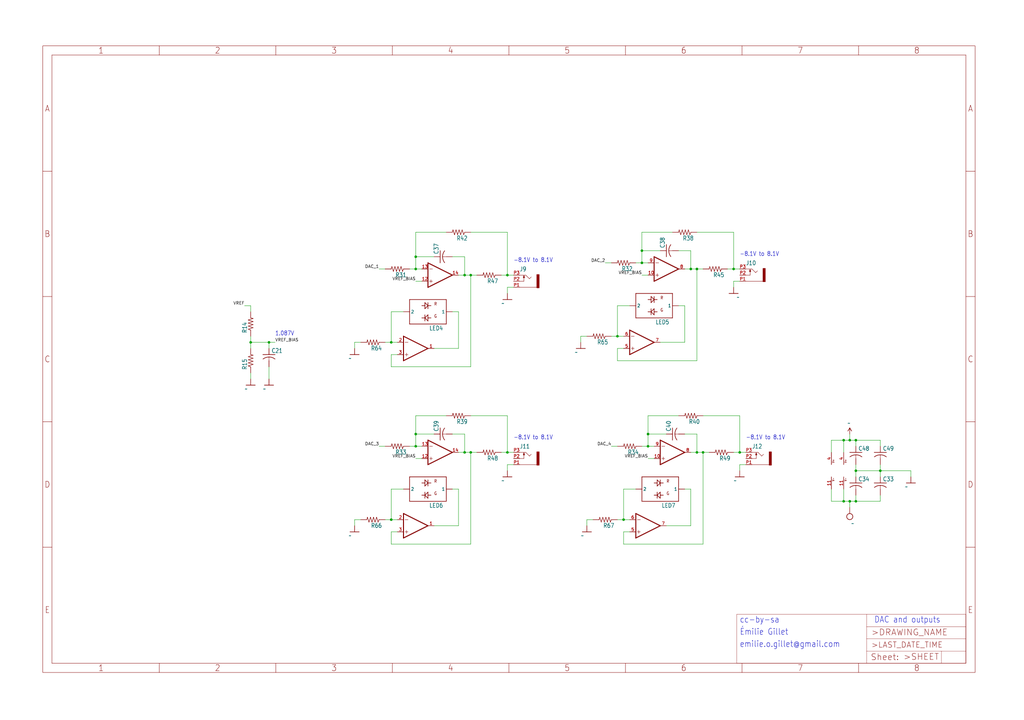
<source format=kicad_sch>
(kicad_sch (version 20211123) (generator eeschema)
  (paper "User" 425.45 299.161)
  (lib_symbols
    (symbol "Analog_DAC:DAC8565"
      (property "Reference" "U" (at -8.89 21.59 0))
      (property "Value" "DAC8565" (at 10.16 21.59 0))
      (symbol "DAC8565_0_0"
        (pin output line (at 12.7 12.7 180) (length 2.54) (name "VOUTA") (number "1"))
        (pin input line (at -12.7 7.62 0) (length 2.54) (name "SCLK") (number "10"))
        (pin input line (at -12.7 5.08 0) (length 2.54) (name "DIN") (number "11"))
        (pin power_in line (at 2.54 22.86 270) (length 2.54) (name "IOVDD") (number "12"))
        (pin input line (at -12.7 -7.62 0) (length 2.54) (name "~{RST}") (number "13"))
        (pin input line (at -12.7 -10.16 0) (length 2.54) (name "RSTSEL") (number "14"))
        (pin input line (at -12.7 -12.7 0) (length 2.54) (name "~{ENABLE}") (number "15"))
        (pin input line (at -12.7 12.7 0) (length 2.54) (name "LDAC") (number "16"))
        (pin output line (at 12.7 10.16 180) (length 2.54) (name "VOUTB") (number "2"))
        (pin bidirectional line (at -12.7 0 0) (length 2.54) (name "VREFH/VREFOUT") (number "3"))
        (pin power_in line (at -2.54 22.86 270) (length 2.54) (name "AVDD") (number "4"))
        (pin input line (at -12.7 -2.54 0) (length 2.54) (name "VREFL") (number "5"))
        (pin power_in line (at 0 -17.78 90) (length 2.54) (name "GND") (number "6"))
        (pin output line (at 12.7 7.62 180) (length 2.54) (name "VOUTC") (number "7"))
        (pin output line (at 12.7 5.08 180) (length 2.54) (name "VOUTD") (number "8"))
        (pin input line (at -12.7 10.16 0) (length 2.54) (name "~{SYNC}") (number "9"))
      )
      (symbol "DAC8565_0_1"
        (rectangle (start -10.16 20.32) (end 10.16 -15.24) (stroke (width 0.1524)) (fill (type background)))
      )
    )
    (symbol "marbles-eagle-import:+3V3" (power)
      (property "Value" "+3V3" (at -2.54 -5.08 90))
      (symbol "+3V3_1_0"
        (polyline (pts (xy 0 0) (xy -1.27 -1.905)) (stroke (width 0.254)))
        (polyline (pts (xy 1.27 -1.905) (xy 0 0)) (stroke (width 0.254)))
        (pin power_in line (at 0 -2.54 90) (length 2.54) (name "+3V3") (number "1"))
      )
    )
    (symbol "marbles-eagle-import:GND" (power)
      (property "Value" "GND" (at -2.54 -2.54 0))
      (symbol "GND_1_0"
        (polyline (pts (xy -1.905 0) (xy 1.905 0)) (stroke (width 0.254)))
        (pin power_in line (at 0 2.54 270) (length 2.54) (name "GND") (number "1"))
      )
    )
    (symbol "tides-eagle-import:+3V3" (power)
      (property "Value" "+3V3" (at -2.54 -5.08 90))
      (symbol "+3V3_1_0"
        (polyline (pts (xy 0 0) (xy -1.27 -1.905)) (stroke (width 0.254)))
        (polyline (pts (xy 1.27 -1.905) (xy 0 0)) (stroke (width 0.254)))
        (pin power_in line (at 0 -2.54 90) (length 2.54) (name "+3V3") (number "1"))
      )
    )
    (symbol "tides-eagle-import:+3V3_A" (power)
      (property "Value" "+3V3_A" (at -2.54 -5.08 90))
      (symbol "+3V3_A_1_0"
        (polyline (pts (xy 0 0) (xy -1.27 -1.905)) (stroke (width 0.254)))
        (polyline (pts (xy 1.27 -1.905) (xy 0 0)) (stroke (width 0.254)))
        (pin power_in line (at 0 -2.54 90) (length 2.54) (name "+3V3_A") (number "1"))
      )
    )
    (symbol "tides-eagle-import:A3L-LOC"
      (symbol "A3L-LOC_1_0"
        (polyline (pts (xy 0 52.07) (xy 3.81 52.07)))
        (polyline (pts (xy 0 104.14) (xy 3.81 104.14)))
        (polyline (pts (xy 0 156.21) (xy 3.81 156.21)))
        (polyline (pts (xy 0 208.28) (xy 3.81 208.28)))
        (polyline (pts (xy 3.81 3.81) (xy 3.81 256.54)))
        (polyline (pts (xy 48.4188 0) (xy 48.4188 3.81)))
        (polyline (pts (xy 48.4188 256.54) (xy 48.4188 260.35)))
        (polyline (pts (xy 96.8375 0) (xy 96.8375 3.81)))
        (polyline (pts (xy 96.8375 256.54) (xy 96.8375 260.35)))
        (polyline (pts (xy 145.2563 0) (xy 145.2563 3.81)))
        (polyline (pts (xy 145.2563 256.54) (xy 145.2563 260.35)))
        (polyline (pts (xy 193.675 0) (xy 193.675 3.81)))
        (polyline (pts (xy 193.675 256.54) (xy 193.675 260.35)))
        (polyline (pts (xy 242.0938 0) (xy 242.0938 3.81)))
        (polyline (pts (xy 242.0938 256.54) (xy 242.0938 260.35)))
        (polyline (pts (xy 288.29 3.81) (xy 288.29 24.13)) (stroke (width 0.1016)))
        (polyline (pts (xy 288.29 3.81) (xy 342.265 3.81)) (stroke (width 0.1016)))
        (polyline (pts (xy 288.29 24.13) (xy 342.265 24.13)) (stroke (width 0.1016)))
        (polyline (pts (xy 290.5125 0) (xy 290.5125 3.81)))
        (polyline (pts (xy 290.5125 256.54) (xy 290.5125 260.35)))
        (polyline (pts (xy 338.9313 0) (xy 338.9313 3.81)))
        (polyline (pts (xy 338.9313 256.54) (xy 338.9313 260.35)))
        (polyline (pts (xy 342.265 3.81) (xy 373.38 3.81)) (stroke (width 0.1016)))
        (polyline (pts (xy 342.265 8.89) (xy 342.265 3.81)) (stroke (width 0.1016)))
        (polyline (pts (xy 342.265 8.89) (xy 342.265 13.97)) (stroke (width 0.1016)))
        (polyline (pts (xy 342.265 13.97) (xy 342.265 19.05)) (stroke (width 0.1016)))
        (polyline (pts (xy 342.265 13.97) (xy 383.54 13.97)) (stroke (width 0.1016)))
        (polyline (pts (xy 342.265 19.05) (xy 342.265 24.13)) (stroke (width 0.1016)))
        (polyline (pts (xy 342.265 19.05) (xy 383.54 19.05)) (stroke (width 0.1016)))
        (polyline (pts (xy 342.265 24.13) (xy 383.54 24.13)) (stroke (width 0.1016)))
        (polyline (pts (xy 373.38 3.81) (xy 373.38 8.89)) (stroke (width 0.1016)))
        (polyline (pts (xy 373.38 3.81) (xy 383.54 3.81)) (stroke (width 0.1016)))
        (polyline (pts (xy 373.38 8.89) (xy 342.265 8.89)) (stroke (width 0.1016)))
        (polyline (pts (xy 373.38 8.89) (xy 383.54 8.89)) (stroke (width 0.1016)))
        (polyline (pts (xy 383.54 3.81) (xy 3.81 3.81)))
        (polyline (pts (xy 383.54 3.81) (xy 383.54 8.89)) (stroke (width 0.1016)))
        (polyline (pts (xy 383.54 3.81) (xy 383.54 256.54)))
        (polyline (pts (xy 383.54 8.89) (xy 383.54 13.97)) (stroke (width 0.1016)))
        (polyline (pts (xy 383.54 13.97) (xy 383.54 19.05)) (stroke (width 0.1016)))
        (polyline (pts (xy 383.54 19.05) (xy 383.54 24.13)) (stroke (width 0.1016)))
        (polyline (pts (xy 383.54 52.07) (xy 387.35 52.07)))
        (polyline (pts (xy 383.54 104.14) (xy 387.35 104.14)))
        (polyline (pts (xy 383.54 156.21) (xy 387.35 156.21)))
        (polyline (pts (xy 383.54 208.28) (xy 387.35 208.28)))
        (polyline (pts (xy 383.54 256.54) (xy 3.81 256.54)))
        (polyline (pts (xy 0 0) (xy 387.35 0) (xy 387.35 260.35) (xy 0 260.35) (xy 0 0)))
        (text "1" (at 24.2094 1.905 0) (effects (font (size 2.54 2.286))))
        (text "1" (at 24.2094 258.445 0) (effects (font (size 2.54 2.286))))
        (text "2" (at 72.6281 1.905 0) (effects (font (size 2.54 2.286))))
        (text "2" (at 72.6281 258.445 0) (effects (font (size 2.54 2.286))))
        (text "3" (at 121.0469 1.905 0) (effects (font (size 2.54 2.286))))
        (text "3" (at 121.0469 258.445 0) (effects (font (size 2.54 2.286))))
        (text "4" (at 169.4656 1.905 0) (effects (font (size 2.54 2.286))))
        (text "4" (at 169.4656 258.445 0) (effects (font (size 2.54 2.286))))
        (text "5" (at 217.8844 1.905 0) (effects (font (size 2.54 2.286))))
        (text "5" (at 217.8844 258.445 0) (effects (font (size 2.54 2.286))))
        (text "6" (at 266.3031 1.905 0) (effects (font (size 2.54 2.286))))
        (text "6" (at 266.3031 258.445 0) (effects (font (size 2.54 2.286))))
        (text "7" (at 314.7219 1.905 0) (effects (font (size 2.54 2.286))))
        (text "7" (at 314.7219 258.445 0) (effects (font (size 2.54 2.286))))
        (text "8" (at 363.1406 1.905 0) (effects (font (size 2.54 2.286))))
        (text "8" (at 363.1406 258.445 0) (effects (font (size 2.54 2.286))))
        (text ">DRAWING_NAME" (at 344.17 15.24 0) (effects (font (size 2.54 2.54)) (justify left bottom)))
        (text ">LAST_DATE_TIME" (at 344.17 10.16 0) (effects (font (size 2.286 2.286)) (justify left bottom)))
        (text ">SHEET" (at 357.505 5.08 0) (effects (font (size 2.54 2.54)) (justify left bottom)))
        (text "A" (at 1.905 234.315 0) (effects (font (size 2.54 2.286))))
        (text "A" (at 385.445 234.315 0) (effects (font (size 2.54 2.286))))
        (text "B" (at 1.905 182.245 0) (effects (font (size 2.54 2.286))))
        (text "B" (at 385.445 182.245 0) (effects (font (size 2.54 2.286))))
        (text "C" (at 1.905 130.175 0) (effects (font (size 2.54 2.286))))
        (text "C" (at 385.445 130.175 0) (effects (font (size 2.54 2.286))))
        (text "D" (at 1.905 78.105 0) (effects (font (size 2.54 2.286))))
        (text "D" (at 385.445 78.105 0) (effects (font (size 2.54 2.286))))
        (text "E" (at 1.905 26.035 0) (effects (font (size 2.54 2.286))))
        (text "E" (at 385.445 26.035 0) (effects (font (size 2.54 2.286))))
        (text "Sheet:" (at 343.916 4.953 0) (effects (font (size 2.54 2.54)) (justify left bottom)))
      )
    )
    (symbol "tides-eagle-import:C-USC0402"
      (property "Reference" "C" (at 1.016 0.635 0))
      (property "Value" "C-USC0402" (at 1.016 -4.191 0))
      (symbol "C-USC0402_1_0"
        (arc (start 0 -1.0161) (mid -1.302 -1.2303) (end -2.4668 -1.8504) (stroke (width 0.254)))
        (polyline (pts (xy -2.54 0) (xy 2.54 0)) (stroke (width 0.254)))
        (polyline (pts (xy 0 -1.016) (xy 0 -2.54)) (stroke (width 0.1524)))
        (arc (start 2.4892 -1.8542) (mid 1.3158 -1.2195) (end 0 -1) (stroke (width 0.254)))
        (pin passive line (at 0 2.54 270) (length 2.54) (name "1") (number "1"))
        (pin passive line (at 0 -5.08 90) (length 2.54) (name "2") (number "2"))
      )
    )
    (symbol "tides-eagle-import:CPOL-USA"
      (property "Reference" "C" (at 1.016 0.635 0))
      (property "Value" "CPOL-USA" (at 1.016 -4.191 0))
      (symbol "CPOL-USA_1_0"
        (rectangle (start -2.253 0.668) (end -1.364 0.795) (fill (type outline)))
        (rectangle (start -1.872 0.287) (end -1.745 1.176) (fill (type outline)))
        (arc (start 0 -1.0161) (mid -1.3021 -1.2302) (end -2.4669 -1.8504) (stroke (width 0.254)))
        (polyline (pts (xy -2.54 0) (xy 2.54 0)) (stroke (width 0.254)))
        (polyline (pts (xy 0 -1.016) (xy 0 -2.54)) (stroke (width 0.1524)))
        (arc (start 2.4892 -1.8542) (mid 1.3158 -1.2195) (end 0 -1) (stroke (width 0.254)))
        (pin passive line (at 0 2.54 270) (length 2.54) (name "+") (number "+"))
        (pin passive line (at 0 -5.08 90) (length 2.54) (name "-") (number "-"))
      )
    )
    (symbol "tides-eagle-import:GND" (power)
      (property "Value" "GND" (at -2.54 -2.54 0))
      (symbol "GND_1_0"
        (polyline (pts (xy -1.905 0) (xy 1.905 0)) (stroke (width 0.254)))
        (pin power_in line (at 0 2.54 270) (length 2.54) (name "GND") (number "1"))
      )
    )
    (symbol "tides-eagle-import:LED-BICOLOR-SHARED-THROUGHHOLE"
      (property "Value" "LED-BICOLOR-SHARED-THROUGHHOLE" (at -6.35 -7.62 0))
      (symbol "LED-BICOLOR-SHARED-THROUGHHOLE_1_0"
        (polyline (pts (xy -7.62 -5.08) (xy -7.62 5.08)) (stroke (width 0.254)))
        (polyline (pts (xy -7.62 5.08) (xy 7.62 5.08)) (stroke (width 0.254)))
        (polyline (pts (xy 0 -2.54) (xy -1.27 -2.54)) (stroke (width 0.254)))
        (polyline (pts (xy 0 -2.54) (xy 0 -3.81)) (stroke (width 0.254)))
        (polyline (pts (xy 0 -2.54) (xy 1.27 -1.27)) (stroke (width 0.254)))
        (polyline (pts (xy 0 -1.27) (xy 0 -2.54)) (stroke (width 0.254)))
        (polyline (pts (xy 0 1.27) (xy 1.27 2.54)) (stroke (width 0.254)))
        (polyline (pts (xy 0 2.54) (xy -1.27 2.54)) (stroke (width 0.254)))
        (polyline (pts (xy 0 2.54) (xy 0 1.27)) (stroke (width 0.254)))
        (polyline (pts (xy 0 3.81) (xy 0 2.54)) (stroke (width 0.254)))
        (polyline (pts (xy 1.27 -3.81) (xy 0 -2.54)) (stroke (width 0.254)))
        (polyline (pts (xy 1.27 -2.54) (xy 1.27 -3.81)) (stroke (width 0.254)))
        (polyline (pts (xy 1.27 -2.54) (xy 2.54 -2.54)) (stroke (width 0.254)))
        (polyline (pts (xy 1.27 -1.27) (xy 1.27 -2.54)) (stroke (width 0.254)))
        (polyline (pts (xy 1.27 2.54) (xy 0 3.81)) (stroke (width 0.254)))
        (polyline (pts (xy 1.27 2.54) (xy 1.27 1.27)) (stroke (width 0.254)))
        (polyline (pts (xy 1.27 2.54) (xy 2.54 2.54)) (stroke (width 0.254)))
        (polyline (pts (xy 1.27 3.81) (xy 1.27 2.54)) (stroke (width 0.254)))
        (polyline (pts (xy 7.62 -5.08) (xy -7.62 -5.08)) (stroke (width 0.254)))
        (polyline (pts (xy 7.62 5.08) (xy 7.62 -5.08)) (stroke (width 0.254)))
        (text "G" (at -3.81 2.54 0) (effects (font (size 1.27 1.0795)) (justify left bottom)))
        (text "R" (at -3.81 -2.54 0) (effects (font (size 1.27 1.0795)) (justify left bottom)))
        (pin bidirectional line (at -10.16 0 0) (length 2.54) (name "1") (number "1"))
        (pin bidirectional line (at 10.16 0 180) (length 2.54) (name "2") (number "2"))
      )
    )
    (symbol "tides-eagle-import:PJ301_THONKICONN6"
      (property "Reference" "J" (at -2.54 4.064 0))
      (symbol "PJ301_THONKICONN6_1_0"
        (polyline (pts (xy -2.54 -2.54) (xy 4.572 -2.54)) (stroke (width 0.1524)))
        (polyline (pts (xy -2.54 0) (xy -0.762 0)) (stroke (width 0.1524)))
        (polyline (pts (xy -2.54 2.54) (xy 0 2.54)) (stroke (width 0.1524)))
        (polyline (pts (xy -1.016 1.524) (xy -0.508 1.524)) (stroke (width 0.254)))
        (polyline (pts (xy -0.762 0) (xy -0.762 2.286)) (stroke (width 0.1524)))
        (polyline (pts (xy -0.762 2.286) (xy -1.016 1.524)) (stroke (width 0.254)))
        (polyline (pts (xy -0.508 1.524) (xy -0.762 2.286)) (stroke (width 0.254)))
        (polyline (pts (xy 0 2.54) (xy 1.524 1.016)) (stroke (width 0.1524)))
        (polyline (pts (xy 1.524 1.016) (xy 2.286 1.778)) (stroke (width 0.1524)))
        (rectangle (start 4.572 2.794) (end 5.588 -2.794) (fill (type outline)))
        (pin passive line (at -5.08 -2.54 0) (length 2.54) (name "1") (number "P1"))
        (pin passive line (at -5.08 0 0) (length 2.54) (name "2") (number "P2"))
        (pin passive line (at -5.08 2.54 0) (length 2.54) (name "3") (number "P3"))
      )
    )
    (symbol "tides-eagle-import:R-US_R0402"
      (property "Reference" "R" (at -3.81 1.4986 0))
      (property "Value" "R-US_R0402" (at -3.81 -3.302 0))
      (symbol "R-US_R0402_1_0"
        (polyline (pts (xy -2.54 0) (xy -2.159 1.016)) (stroke (width 0.2032)))
        (polyline (pts (xy -2.159 1.016) (xy -1.524 -1.016)) (stroke (width 0.2032)))
        (polyline (pts (xy -1.524 -1.016) (xy -0.889 1.016)) (stroke (width 0.2032)))
        (polyline (pts (xy -0.889 1.016) (xy -0.254 -1.016)) (stroke (width 0.2032)))
        (polyline (pts (xy -0.254 -1.016) (xy 0.381 1.016)) (stroke (width 0.2032)))
        (polyline (pts (xy 0.381 1.016) (xy 1.016 -1.016)) (stroke (width 0.2032)))
        (polyline (pts (xy 1.016 -1.016) (xy 1.651 1.016)) (stroke (width 0.2032)))
        (polyline (pts (xy 1.651 1.016) (xy 2.286 -1.016)) (stroke (width 0.2032)))
        (polyline (pts (xy 2.286 -1.016) (xy 2.54 0)) (stroke (width 0.2032)))
        (pin passive line (at -5.08 0 0) (length 2.54) (name "1") (number "1"))
        (pin passive line (at 5.08 0 180) (length 2.54) (name "2") (number "2"))
      )
    )
    (symbol "tides-eagle-import:R-US_R0603"
      (property "Reference" "R" (at -3.81 1.4986 0))
      (property "Value" "R-US_R0603" (at -3.81 -3.302 0))
      (symbol "R-US_R0603_1_0"
        (polyline (pts (xy -2.54 0) (xy -2.159 1.016)) (stroke (width 0.2032)))
        (polyline (pts (xy -2.159 1.016) (xy -1.524 -1.016)) (stroke (width 0.2032)))
        (polyline (pts (xy -1.524 -1.016) (xy -0.889 1.016)) (stroke (width 0.2032)))
        (polyline (pts (xy -0.889 1.016) (xy -0.254 -1.016)) (stroke (width 0.2032)))
        (polyline (pts (xy -0.254 -1.016) (xy 0.381 1.016)) (stroke (width 0.2032)))
        (polyline (pts (xy 0.381 1.016) (xy 1.016 -1.016)) (stroke (width 0.2032)))
        (polyline (pts (xy 1.016 -1.016) (xy 1.651 1.016)) (stroke (width 0.2032)))
        (polyline (pts (xy 1.651 1.016) (xy 2.286 -1.016)) (stroke (width 0.2032)))
        (polyline (pts (xy 2.286 -1.016) (xy 2.54 0)) (stroke (width 0.2032)))
        (pin passive line (at -5.08 0 0) (length 2.54) (name "1") (number "1"))
        (pin passive line (at 5.08 0 180) (length 2.54) (name "2") (number "2"))
      )
    )
    (symbol "tides-eagle-import:TL074PW"
      (symbol "TL074PW_1_0"
        (polyline (pts (xy -5.08 -5.08) (xy 5.08 0)) (stroke (width 0.4064)))
        (polyline (pts (xy -5.08 5.08) (xy -5.08 -5.08)) (stroke (width 0.4064)))
        (polyline (pts (xy -4.445 -2.54) (xy -3.175 -2.54)) (stroke (width 0.1524)))
        (polyline (pts (xy -4.445 2.54) (xy -3.175 2.54)) (stroke (width 0.1524)))
        (polyline (pts (xy -3.81 3.175) (xy -3.81 1.905)) (stroke (width 0.1524)))
        (polyline (pts (xy 5.08 0) (xy -5.08 5.08)) (stroke (width 0.4064)))
        (pin output line (at 7.62 0 180) (length 2.54) (name "OUT") (number "1"))
        (pin input line (at -7.62 -2.54 0) (length 2.54) (name "-IN") (number "2"))
        (pin input line (at -7.62 2.54 0) (length 2.54) (name "+IN") (number "3"))
      )
      (symbol "TL074PW_2_0"
        (polyline (pts (xy -5.08 -5.08) (xy 5.08 0)) (stroke (width 0.4064)))
        (polyline (pts (xy -5.08 5.08) (xy -5.08 -5.08)) (stroke (width 0.4064)))
        (polyline (pts (xy -4.445 -2.54) (xy -3.175 -2.54)) (stroke (width 0.1524)))
        (polyline (pts (xy -4.445 2.54) (xy -3.175 2.54)) (stroke (width 0.1524)))
        (polyline (pts (xy -3.81 3.175) (xy -3.81 1.905)) (stroke (width 0.1524)))
        (polyline (pts (xy 5.08 0) (xy -5.08 5.08)) (stroke (width 0.4064)))
        (pin input line (at -7.62 2.54 0) (length 2.54) (name "+IN") (number "5"))
        (pin input line (at -7.62 -2.54 0) (length 2.54) (name "-IN") (number "6"))
        (pin output line (at 7.62 0 180) (length 2.54) (name "OUT") (number "7"))
      )
      (symbol "TL074PW_3_0"
        (polyline (pts (xy -5.08 -5.08) (xy 5.08 0)) (stroke (width 0.4064)))
        (polyline (pts (xy -5.08 5.08) (xy -5.08 -5.08)) (stroke (width 0.4064)))
        (polyline (pts (xy -4.445 -2.54) (xy -3.175 -2.54)) (stroke (width 0.1524)))
        (polyline (pts (xy -4.445 2.54) (xy -3.175 2.54)) (stroke (width 0.1524)))
        (polyline (pts (xy -3.81 3.175) (xy -3.81 1.905)) (stroke (width 0.1524)))
        (polyline (pts (xy 5.08 0) (xy -5.08 5.08)) (stroke (width 0.4064)))
        (pin input line (at -7.62 2.54 0) (length 2.54) (name "+IN") (number "10"))
        (pin output line (at 7.62 0 180) (length 2.54) (name "OUT") (number "8"))
        (pin input line (at -7.62 -2.54 0) (length 2.54) (name "-IN") (number "9"))
      )
      (symbol "TL074PW_4_0"
        (polyline (pts (xy -5.08 -5.08) (xy 5.08 0)) (stroke (width 0.4064)))
        (polyline (pts (xy -5.08 5.08) (xy -5.08 -5.08)) (stroke (width 0.4064)))
        (polyline (pts (xy -4.445 -2.54) (xy -3.175 -2.54)) (stroke (width 0.1524)))
        (polyline (pts (xy -4.445 2.54) (xy -3.175 2.54)) (stroke (width 0.1524)))
        (polyline (pts (xy -3.81 3.175) (xy -3.81 1.905)) (stroke (width 0.1524)))
        (polyline (pts (xy 5.08 0) (xy -5.08 5.08)) (stroke (width 0.4064)))
        (pin input line (at -7.62 2.54 0) (length 2.54) (name "+IN") (number "12"))
        (pin input line (at -7.62 -2.54 0) (length 2.54) (name "-IN") (number "13"))
        (pin output line (at 7.62 0 180) (length 2.54) (name "OUT") (number "14"))
      )
      (symbol "TL074PW_5_0"
        (text "V+" (at 1.27 3.175 900) (effects (font (size 0.8128 0.6908)) (justify left bottom)))
        (text "V-" (at 1.27 -4.445 900) (effects (font (size 0.8128 0.6908)) (justify left bottom)))
        (pin power_in line (at 0 -7.62 90) (length 5.08) (name "V-") (number "11"))
        (pin power_in line (at 0 7.62 270) (length 5.08) (name "V+") (number "4"))
      )
    )
    (symbol "tides-eagle-import:VCC" (power)
      (property "Value" "VCC" (at -1.016 3.556 0))
      (symbol "VCC_1_0"
        (polyline (pts (xy 0 2.54) (xy -0.762 1.27)) (stroke (width 0.254)))
        (polyline (pts (xy 0.762 1.27) (xy 0 2.54)) (stroke (width 0.254)))
        (pin power_in line (at 0 0 90) (length 2.54) (name "VCC") (number "1"))
      )
    )
    (symbol "tides-eagle-import:VEE" (power)
      (property "Value" "VEE" (at -1.905 3.175 0))
      (symbol "VEE_1_0"
        (circle (center 0 1.27) (radius 1.27) (stroke (width 0.254)))
        (pin power_in line (at 0 -2.54 90) (length 2.54) (name "VEE") (number "1"))
      )
    )
  )
  (junction (at 172.72 180.34))
  (junction (at 162.56 142.24))
  (junction (at 142.24 -120.65))
  (junction (at 172.72 185.42))
  (junction (at 172.72 111.76))
  (junction (at 193.04 114.3))
  (junction (at 355.6 182.88))
  (junction (at 269.24 185.42))
  (junction (at 292.1 187.96))
  (junction (at 104.14 142.24))
  (junction (at 259.08 215.9))
  (junction (at 304.8 111.76))
  (junction (at 142.24 -138.43))
  (junction (at 256.54 139.7))
  (junction (at 266.7 104.14))
  (junction (at 289.56 111.76))
  (junction (at 353.06 182.88))
  (junction (at 139.7 -138.43))
  (junction (at 289.56 187.96))
  (junction (at 350.52 182.88))
  (junction (at 365.76 195.58))
  (junction (at 195.58 187.96))
  (junction (at 210.82 114.3))
  (junction (at 307.34 187.96))
  (junction (at 350.52 208.28))
  (junction (at 355.6 208.28))
  (junction (at 287.02 111.76))
  (junction (at 269.24 180.34))
  (junction (at 128.905 -120.015))
  (junction (at 100.33 -67.945))
  (junction (at 193.04 187.96))
  (junction (at 355.6 195.58))
  (junction (at 353.06 208.28))
  (junction (at 210.82 187.96))
  (junction (at 111.76 142.24))
  (junction (at 162.56 215.9))
  (junction (at 266.7 109.22))
  (junction (at 195.58 114.3))
  (junction (at 172.72 106.68))
  (wire (pts (xy 269.24 114.3) (xy 266.7 114.3)))
  (wire (pts (xy 365.76 198.12) (xy 365.76 195.58)))
  (wire (pts (xy 195.58 187.96) (xy 195.58 226.06)))
  (wire (pts (xy 213.36 193.04) (xy 210.82 193.04)))
  (wire (pts (xy 259.08 226.06) (xy 292.1 226.06)))
  (wire (pts (xy 284.48 127) (xy 284.48 142.24)))
  (wire (pts (xy 118.11 -120.015) (xy 128.905 -120.015)))
  (wire (pts (xy 304.8 116.84) (xy 304.8 119.38)))
  (wire (pts (xy 165.1 220.98) (xy 162.56 220.98)))
  (wire (pts (xy 284.48 142.24) (xy 274.32 142.24)))
  (wire (pts (xy 100.33 -70.485) (xy 100.33 -67.945)))
  (wire (pts (xy 193.04 180.34) (xy 193.04 187.96)))
  (wire (pts (xy 175.26 116.84) (xy 172.72 116.84)))
  (wire (pts (xy 210.82 119.38) (xy 210.82 121.92)))
  (wire (pts (xy 353.06 208.28) (xy 355.6 208.28)))
  (wire (pts (xy 266.7 96.52) (xy 279.4 96.52)))
  (wire (pts (xy 353.06 182.88) (xy 353.06 180.34)))
  (wire (pts (xy 269.24 109.22) (xy 266.7 109.22)))
  (wire (pts (xy 307.34 193.04) (xy 307.34 195.58)))
  (wire (pts (xy 276.86 180.34) (xy 269.24 180.34)))
  (wire (pts (xy 160.02 111.76) (xy 157.48 111.76)))
  (wire (pts (xy 304.8 111.76) (xy 307.34 111.76)))
  (wire (pts (xy 378.46 195.58) (xy 378.46 198.12)))
  (wire (pts (xy 162.56 142.24) (xy 165.1 142.24)))
  (wire (pts (xy 350.52 182.88) (xy 353.06 182.88)))
  (wire (pts (xy 269.24 185.42) (xy 269.24 180.34)))
  (wire (pts (xy 266.7 185.42) (xy 269.24 185.42)))
  (wire (pts (xy 284.48 111.76) (xy 287.02 111.76)))
  (wire (pts (xy 190.5 187.96) (xy 193.04 187.96)))
  (wire (pts (xy 175.26 190.5) (xy 172.72 190.5)))
  (wire (pts (xy 261.62 220.98) (xy 259.08 220.98)))
  (wire (pts (xy 187.96 129.54) (xy 190.5 129.54)))
  (wire (pts (xy 152.4 -138.43) (xy 152.4 -130.81)))
  (wire (pts (xy 210.82 114.3) (xy 208.28 114.3)))
  (wire (pts (xy 289.56 180.34) (xy 289.56 187.96)))
  (wire (pts (xy 96.52 -73.025) (xy 102.87 -73.025)))
  (wire (pts (xy 264.16 109.22) (xy 266.7 109.22)))
  (wire (pts (xy 210.82 187.96) (xy 213.36 187.96)))
  (wire (pts (xy 187.96 106.68) (xy 193.04 106.68)))
  (wire (pts (xy 307.34 187.96) (xy 309.88 187.96)))
  (wire (pts (xy 261.62 127) (xy 256.54 127)))
  (wire (pts (xy 190.5 129.54) (xy 190.5 144.78)))
  (wire (pts (xy 210.82 96.52) (xy 210.82 114.3)))
  (wire (pts (xy 350.52 182.88) (xy 345.44 182.88)))
  (wire (pts (xy 102.87 -80.645) (xy 78.74 -80.645)))
  (wire (pts (xy 102.87 -98.425) (xy 98.425 -98.425)))
  (wire (pts (xy 259.08 215.9) (xy 261.62 215.9)))
  (wire (pts (xy 162.56 203.2) (xy 162.56 215.9)))
  (wire (pts (xy 287.02 111.76) (xy 289.56 111.76)))
  (wire (pts (xy 142.24 -120.65) (xy 152.4 -120.65)))
  (wire (pts (xy 274.32 104.14) (xy 266.7 104.14)))
  (wire (pts (xy 289.56 96.52) (xy 304.8 96.52)))
  (wire (pts (xy 142.24 -138.43) (xy 152.4 -138.43)))
  (wire (pts (xy 128.905 -109.22) (xy 128.905 -106.68)))
  (wire (pts (xy 243.84 215.9) (xy 243.84 218.44)))
  (wire (pts (xy 353.06 208.28) (xy 353.06 210.82)))
  (wire (pts (xy 355.6 208.28) (xy 355.6 205.74)))
  (wire (pts (xy 365.76 195.58) (xy 378.46 195.58)))
  (wire (pts (xy 241.3 139.7) (xy 241.3 142.24)))
  (wire (pts (xy 193.04 106.68) (xy 193.04 114.3)))
  (wire (pts (xy 102.87 -78.105) (xy 91.44 -78.105)))
  (wire (pts (xy 190.5 114.3) (xy 193.04 114.3)))
  (wire (pts (xy 162.56 215.9) (xy 165.1 215.9)))
  (wire (pts (xy 78.74 -80.645) (xy 78.74 -74.93)))
  (wire (pts (xy 170.18 185.42) (xy 172.72 185.42)))
  (wire (pts (xy 90.17 -64.135) (xy 90.17 -60.325)))
  (wire (pts (xy 195.58 96.52) (xy 210.82 96.52)))
  (wire (pts (xy 271.78 190.5) (xy 269.24 190.5)))
  (wire (pts (xy 167.64 129.54) (xy 162.56 129.54)))
  (wire (pts (xy 365.76 193.04) (xy 365.76 195.58)))
  (wire (pts (xy 78.74 -67.31) (xy 78.74 -64.77)))
  (wire (pts (xy 104.14 127) (xy 101.6 127)))
  (wire (pts (xy 128.905 -124.46) (xy 128.905 -120.015)))
  (wire (pts (xy 259.08 144.78) (xy 256.54 144.78)))
  (wire (pts (xy 256.54 149.86) (xy 289.56 149.86)))
  (wire (pts (xy 251.46 109.22) (xy 254 109.22)))
  (wire (pts (xy 162.56 147.32) (xy 162.56 152.4)))
  (wire (pts (xy 149.86 142.24) (xy 147.32 142.24)))
  (wire (pts (xy 195.58 114.3) (xy 198.12 114.3)))
  (wire (pts (xy 160.02 215.9) (xy 162.56 215.9)))
  (wire (pts (xy 167.64 203.2) (xy 162.56 203.2)))
  (wire (pts (xy 195.58 172.72) (xy 210.82 172.72)))
  (wire (pts (xy 113.03 -103.505) (xy 113.03 -138.43)))
  (wire (pts (xy 307.34 187.96) (xy 304.8 187.96)))
  (wire (pts (xy 100.33 -67.945) (xy 100.33 -62.865)))
  (wire (pts (xy 365.76 208.28) (xy 355.6 208.28)))
  (wire (pts (xy 104.14 154.94) (xy 104.14 157.48)))
  (wire (pts (xy 187.96 203.2) (xy 190.5 203.2)))
  (wire (pts (xy 269.24 180.34) (xy 269.24 172.72)))
  (wire (pts (xy 355.6 195.58) (xy 355.6 198.12)))
  (wire (pts (xy 213.36 119.38) (xy 210.82 119.38)))
  (wire (pts (xy 187.96 180.34) (xy 193.04 180.34)))
  (wire (pts (xy 190.5 218.44) (xy 180.34 218.44)))
  (wire (pts (xy 165.1 147.32) (xy 162.56 147.32)))
  (wire (pts (xy 185.42 96.52) (xy 172.72 96.52)))
  (wire (pts (xy 180.34 106.68) (xy 172.72 106.68)))
  (wire (pts (xy 147.32 142.24) (xy 147.32 144.78)))
  (wire (pts (xy 113.03 -138.43) (xy 139.7 -138.43)))
  (wire (pts (xy 355.6 195.58) (xy 365.76 195.58)))
  (wire (pts (xy 350.52 203.2) (xy 350.52 208.28)))
  (wire (pts (xy 350.52 208.28) (xy 353.06 208.28)))
  (wire (pts (xy 210.82 114.3) (xy 213.36 114.3)))
  (wire (pts (xy 259.08 220.98) (xy 259.08 226.06)))
  (wire (pts (xy 162.56 220.98) (xy 162.56 226.06)))
  (wire (pts (xy 102.87 -70.485) (xy 100.33 -70.485)))
  (wire (pts (xy 281.94 127) (xy 284.48 127)))
  (wire (pts (xy 190.5 203.2) (xy 190.5 218.44)))
  (wire (pts (xy 118.11 -103.505) (xy 118.11 -120.015)))
  (wire (pts (xy 193.04 114.3) (xy 195.58 114.3)))
  (wire (pts (xy 256.54 185.42) (xy 254 185.42)))
  (wire (pts (xy 289.56 111.76) (xy 289.56 149.86)))
  (wire (pts (xy 292.1 187.96) (xy 292.1 226.06)))
  (wire (pts (xy 149.86 215.9) (xy 147.32 215.9)))
  (wire (pts (xy 96.52 -73.025) (xy 96.52 -60.325)))
  (wire (pts (xy 162.56 152.4) (xy 195.58 152.4)))
  (wire (pts (xy 111.76 142.24) (xy 111.76 144.78)))
  (wire (pts (xy 172.72 111.76) (xy 170.18 111.76)))
  (wire (pts (xy 172.72 106.68) (xy 172.72 96.52)))
  (wire (pts (xy 210.82 172.72) (xy 210.82 187.96)))
  (wire (pts (xy 287.02 218.44) (xy 276.86 218.44)))
  (wire (pts (xy 284.48 180.34) (xy 289.56 180.34)))
  (wire (pts (xy 365.76 205.74) (xy 365.76 208.28)))
  (wire (pts (xy 271.78 185.42) (xy 269.24 185.42)))
  (wire (pts (xy 152.4 -120.65) (xy 152.4 -123.19)))
  (wire (pts (xy 180.34 180.34) (xy 172.72 180.34)))
  (wire (pts (xy 246.38 215.9) (xy 243.84 215.9)))
  (wire (pts (xy 160.02 142.24) (xy 162.56 142.24)))
  (wire (pts (xy 309.88 193.04) (xy 307.34 193.04)))
  (wire (pts (xy 287.02 187.96) (xy 289.56 187.96)))
  (wire (pts (xy 307.34 172.72) (xy 307.34 187.96)))
  (wire (pts (xy 104.14 129.54) (xy 104.14 127)))
  (wire (pts (xy 195.58 187.96) (xy 198.12 187.96)))
  (wire (pts (xy 90.17 -60.325) (xy 96.52 -60.325)))
  (wire (pts (xy 100.33 -67.945) (xy 102.87 -67.945)))
  (wire (pts (xy 139.7 -138.43) (xy 142.24 -138.43)))
  (wire (pts (xy 353.06 182.88) (xy 355.6 182.88)))
  (wire (pts (xy 172.72 172.72) (xy 185.42 172.72)))
  (wire (pts (xy 128.905 -120.015) (xy 128.905 -116.84)))
  (wire (pts (xy 162.56 129.54) (xy 162.56 142.24)))
  (wire (pts (xy 160.02 185.42) (xy 157.48 185.42)))
  (wire (pts (xy 210.82 187.96) (xy 208.28 187.96)))
  (wire (pts (xy 307.34 116.84) (xy 304.8 116.84)))
  (wire (pts (xy 147.32 215.9) (xy 147.32 218.44)))
  (wire (pts (xy 292.1 172.72) (xy 307.34 172.72)))
  (wire (pts (xy 175.26 185.42) (xy 172.72 185.42)))
  (wire (pts (xy 104.14 142.24) (xy 111.76 142.24)))
  (wire (pts (xy 350.52 187.96) (xy 350.52 182.88)))
  (wire (pts (xy 256.54 139.7) (xy 259.08 139.7)))
  (wire (pts (xy 193.04 187.96) (xy 195.58 187.96)))
  (wire (pts (xy 172.72 180.34) (xy 172.72 172.72)))
  (wire (pts (xy 142.24 -120.65) (xy 142.24 -118.11)))
  (wire (pts (xy 190.5 144.78) (xy 180.34 144.78)))
  (wire (pts (xy 102.87 -93.345) (xy 102.87 -98.425)))
  (wire (pts (xy 345.44 203.2) (xy 345.44 208.28)))
  (wire (pts (xy 195.58 114.3) (xy 195.58 152.4)))
  (wire (pts (xy 162.56 226.06) (xy 195.58 226.06)))
  (wire (pts (xy 292.1 187.96) (xy 294.64 187.96)))
  (wire (pts (xy 284.48 203.2) (xy 287.02 203.2)))
  (wire (pts (xy 287.02 104.14) (xy 287.02 111.76)))
  (wire (pts (xy 243.84 139.7) (xy 241.3 139.7)))
  (wire (pts (xy 256.54 127) (xy 256.54 139.7)))
  (wire (pts (xy 210.82 193.04) (xy 210.82 195.58)))
  (wire (pts (xy 256.54 144.78) (xy 256.54 149.86)))
  (wire (pts (xy 355.6 182.88) (xy 355.6 185.42)))
  (wire (pts (xy 304.8 111.76) (xy 302.26 111.76)))
  (wire (pts (xy 139.7 -138.43) (xy 139.7 -143.51)))
  (wire (pts (xy 345.44 208.28) (xy 350.52 208.28)))
  (wire (pts (xy 111.76 142.24) (xy 114.3 142.24)))
  (wire (pts (xy 264.16 203.2) (xy 259.08 203.2)))
  (wire (pts (xy 289.56 111.76) (xy 292.1 111.76)))
  (wire (pts (xy 365.76 182.88) (xy 365.76 185.42)))
  (wire (pts (xy 142.24 -123.19) (xy 142.24 -120.65)))
  (wire (pts (xy 172.72 185.42) (xy 172.72 180.34)))
  (wire (pts (xy 355.6 193.04) (xy 355.6 195.58)))
  (wire (pts (xy 104.14 139.7) (xy 104.14 142.24)))
  (wire (pts (xy 345.44 182.88) (xy 345.44 187.96)))
  (wire (pts (xy 142.24 -130.81) (xy 142.24 -138.43)))
  (wire (pts (xy 281.94 104.14) (xy 287.02 104.14)))
  (wire (pts (xy 289.56 187.96) (xy 292.1 187.96)))
  (wire (pts (xy 104.14 142.24) (xy 104.14 144.78)))
  (wire (pts (xy 287.02 203.2) (xy 287.02 218.44)))
  (wire (pts (xy 111.76 152.4) (xy 111.76 157.48)))
  (wire (pts (xy 172.72 111.76) (xy 172.72 106.68)))
  (wire (pts (xy 254 139.7) (xy 256.54 139.7)))
  (wire (pts (xy 259.08 203.2) (xy 259.08 215.9)))
  (wire (pts (xy 304.8 96.52) (xy 304.8 111.76)))
  (wire (pts (xy 266.7 109.22) (xy 266.7 104.14)))
  (wire (pts (xy 175.26 111.76) (xy 172.72 111.76)))
  (wire (pts (xy 269.24 172.72) (xy 281.94 172.72)))
  (wire (pts (xy 256.54 215.9) (xy 259.08 215.9)))
  (wire (pts (xy 266.7 104.14) (xy 266.7 96.52)))
  (wire (pts (xy 355.6 182.88) (xy 365.76 182.88)))
  (text "-8.1V to 8.1V" (at 309.88 182.88 180) (effects (font (size 1.778 1.5113)) (justify left bottom)))
  (text "-8.1V to 8.1V" (at 213.36 182.88 180) (effects (font (size 1.778 1.5113)) (justify left bottom)))
  (text "emilie.o.gillet@gmail.com" (at 307.34 269.24 180) (effects (font (size 2.54 2.159)) (justify left bottom)))
  (text "-8.1V to 8.1V" (at 213.36 109.22 180) (effects (font (size 1.778 1.5113)) (justify left bottom)))
  (text "cc-by-sa" (at 307.34 259.08 180) (effects (font (size 2.54 2.159)) (justify left bottom)))
  (text "DAC and outputs" (at 363.22 259.08 180) (effects (font (size 2.54 2.159)) (justify left bottom)))
  (text "1.087V" (at 114.3 139.7 180) (effects (font (size 1.778 1.5113)) (justify left bottom)))
  (text "Émilie Gillet" (at 307.34 264.16 180) (effects (font (size 2.54 2.159)) (justify left bottom)))
  (text "-8.1V to 8.1V" (at 307.34 106.68 180) (effects (font (size 1.778 1.5113)) (justify left bottom)))
  (label "DAC_2" (at 251.46 109.22 180) (effects (font (size 1.2446 1.2446))))
  (label "DAC_1" (at 157.48 111.76 180) (effects (font (size 1.2446 1.2446))))
  (label "VREF_BIAS" (at 266.7 114.3 180) (effects (font (size 1.2446 1.2446))))
  (label "DAC_3" (at 157.48 185.42 180) (effects (font (size 1.2446 1.2446))))
  (label "VREF_BIAS" (at 172.72 190.5 180) (effects (font (size 1.2446 1.2446))))
  (label "VREF_BIAS" (at 172.72 116.84 180) (effects (font (size 1.2446 1.2446))))
  (label "VREF" (at 101.6 127 180) (effects (font (size 1.2446 1.2446))))
  (label "VREF_BIAS" (at 269.24 190.5 180) (effects (font (size 1.2446 1.2446))))
  (label "VREF_BIAS" (at 114.3 142.24 0) (effects (font (size 1.2446 1.2446))))
  (label "DAC_1" (at 128.27 -93.345 0) (effects (font (size 1.2446 1.2446))))
  (label "DAC_3" (at 128.27 -88.265 0) (effects (font (size 1.2446 1.2446))))
  (label "VREF" (at 80.645 -80.645 0) (effects (font (size 1.2446 1.2446))))
  (label "DAC_4" (at 128.27 -85.725 0) (effects (font (size 1.2446 1.2446))))
  (label "DAC_4" (at 254 185.42 180) (effects (font (size 1.2446 1.2446))))
  (label "DAC_2" (at 128.27 -90.805 0) (effects (font (size 1.2446 1.2446))))
  (global_label "DAC_SCK" (shape bidirectional) (at 102.87 -88.265 180) (effects (font (size 0.889 0.889))) (property "Intersheet References" "${INTERSHEET_REFS}" (effects hide)))
  (global_label "DAC_MOSI" (shape bidirectional) (at 102.87 -85.725 180) (effects (font (size 0.889 0.889))) (property "Intersheet References" "${INTERSHEET_REFS}" (effects hide)))
  (global_label "DAC_SS" (shape bidirectional) (at 102.87 -90.805 180) (effects (font (size 0.889 0.889))) (property "Intersheet References" "${INTERSHEET_REFS}" (effects hide)))
  (symbol (lib_id "marbles-eagle-import:GND") (at 100.33 -60.325 0) (unit 1)
    (property "Reference" "#GND0101" (effects hide))
    (property "Value" "GND" (at 97.79 -57.785 0) (effects (font (size 1.778 1.5113)) (justify left bottom)))
    (property "Footprint" "marbles:" (effects hide))
  )
  (symbol (lib_id "tides-eagle-import:TL074PW") (at 345.44 195.58 0) (unit 5)
    (property "Reference" "IC8" (effects hide))
    (property "Footprint" "Package_SO:SOIC-14_3.9x8.7mm_P1.27mm" (effects hide))
  )
  (symbol (lib_id "tides-eagle-import:R-US_R0402") (at 248.92 139.7 180) (unit 1)
    (property "Reference" "R65" (at 252.73 141.1986 0) (effects (font (size 1.778 1.5113)) (justify left bottom)))
  )
  (symbol (lib_id "tides-eagle-import:LED-BICOLOR-SHARED-THROUGHHOLE") (at 274.32 203.2 180) (unit 1)
    (property "Reference" "LED7" (at 280.67 209.042 0) (effects (font (size 1.778 1.5113)) (justify left bottom)))
  )
  (symbol (lib_id "tides-eagle-import:TL074PW") (at 172.72 144.78 0) (mirror x) (unit 1)
    (property "Reference" "IC9" (effects hide))
    (property "Footprint" "Package_SO:SOIC-14_3.9x8.7mm_P1.27mm" (effects hide))
  )
  (symbol (lib_id "tides-eagle-import:R-US_R0402") (at 259.08 109.22 180) (unit 1)
    (property "Reference" "R32" (at 262.89 110.7186 0) (effects (font (size 1.778 1.5113)) (justify left bottom)))
  )
  (symbol (lib_id "tides-eagle-import:C-USC0402") (at 111.76 147.32 0) (unit 1)
    (property "Reference" "C21" (at 112.776 146.685 0) (effects (font (size 1.778 1.5113)) (justify left bottom)))
  )
  (symbol (lib_id "tides-eagle-import:R-US_R0402") (at 284.48 96.52 180) (unit 1)
    (property "Reference" "R38" (at 288.29 98.0186 0) (effects (font (size 1.778 1.5113)) (justify left bottom)))
  )
  (symbol (lib_id "tides-eagle-import:PJ301_THONKICONN6") (at 218.44 116.84 0) (unit 1)
    (property "Reference" "J9" (at 215.9 112.776 0) (effects (font (size 1.778 1.5113)) (justify left bottom)))
  )
  (symbol (lib_id "tides-eagle-import:GND") (at 111.76 160.02 0) (unit 1)
    (property "Reference" "#GND57" (effects hide))
  )
  (symbol (lib_id "tides-eagle-import:C-USC0402") (at 276.86 104.14 90) (unit 1)
    (property "Reference" "C38" (at 276.225 103.124 0) (effects (font (size 1.778 1.5113)) (justify left bottom)))
  )
  (symbol (lib_id "tides-eagle-import:C-USC0402") (at 365.76 187.96 0) (unit 1)
    (property "Reference" "C49" (at 366.776 187.325 0) (effects (font (size 1.778 1.5113)) (justify left bottom)))
  )
  (symbol (lib_id "tides-eagle-import:GND") (at 147.32 147.32 0) (unit 1)
    (property "Reference" "#GND58" (effects hide))
  )
  (symbol (lib_id "tides-eagle-import:GND") (at 241.3 144.78 0) (unit 1)
    (property "Reference" "#GND59" (effects hide))
  )
  (symbol (lib_id "marbles-eagle-import:GND") (at 91.44 -75.565 0) (mirror y) (unit 1)
    (property "Reference" "#GND0103" (effects hide))
    (property "Value" "GND" (at 93.98 -73.025 0) (effects (font (size 1.778 1.5113)) (justify left bottom)))
    (property "Footprint" "marbles:" (effects hide))
  )
  (symbol (lib_id "tides-eagle-import:TL074PW") (at 182.88 114.3 0) (mirror x) (unit 4)
    (property "Reference" "IC9" (effects hide))
    (property "Footprint" "Package_SO:SOIC-14_3.9x8.7mm_P1.27mm" (effects hide))
  )
  (symbol (lib_id "tides-eagle-import:TL074PW") (at 269.24 218.44 0) (mirror x) (unit 2)
    (property "Reference" "IC8" (effects hide))
    (property "Footprint" "Package_SO:SOIC-14_3.9x8.7mm_P1.27mm" (effects hide))
  )
  (symbol (lib_id "marbles-eagle-import:+3V3") (at 90.17 -66.675 0) (mirror y) (unit 1)
    (property "Reference" "#+3V0101" (effects hide))
    (property "Value" "+3V3" (at 92.71 -61.595 90) (effects (font (size 1.778 1.5113)) (justify left bottom)))
    (property "Footprint" "marbles:" (effects hide))
  )
  (symbol (lib_id "tides-eagle-import:TL074PW") (at 279.4 187.96 0) (mirror x) (unit 3)
    (property "Reference" "IC8" (effects hide))
    (property "Footprint" "Package_SO:SOIC-14_3.9x8.7mm_P1.27mm" (effects hide))
  )
  (symbol (lib_id "tides-eagle-import:GND") (at 142.24 -115.57 0) (unit 1)
    (property "Reference" "#GND52" (effects hide))
  )
  (symbol (lib_id "tides-eagle-import:R-US_R0402") (at 104.14 134.62 90) (unit 1)
    (property "Reference" "R14" (at 102.6414 138.43 0) (effects (font (size 1.778 1.5113)) (justify left bottom)))
  )
  (symbol (lib_id "tides-eagle-import:GND") (at 128.905 -104.14 0) (unit 1)
    (property "Reference" "#GND43" (effects hide))
  )
  (symbol (lib_id "tides-eagle-import:R-US_R0402") (at 190.5 172.72 180) (unit 1)
    (property "Reference" "R39" (at 194.31 174.2186 0) (effects (font (size 1.778 1.5113)) (justify left bottom)))
  )
  (symbol (lib_id "tides-eagle-import:C-USC0402") (at 182.88 180.34 90) (unit 1)
    (property "Reference" "C39" (at 182.245 179.324 0) (effects (font (size 1.778 1.5113)) (justify left bottom)))
  )
  (symbol (lib_id "tides-eagle-import:CPOL-USA") (at 152.4 -128.27 0) (unit 1)
    (property "Reference" "C29" (at 153.416 -128.905 0) (effects (font (size 1.778 1.5113)) (justify left bottom)))
  )
  (symbol (lib_id "tides-eagle-import:LED-BICOLOR-SHARED-THROUGHHOLE") (at 177.8 129.54 180) (unit 1)
    (property "Reference" "LED4" (at 184.15 135.382 0) (effects (font (size 1.778 1.5113)) (justify left bottom)))
  )
  (symbol (lib_id "tides-eagle-import:C-USC0402") (at 128.905 -114.3 0) (unit 1)
    (property "Reference" "C6" (at 129.921 -114.935 0) (effects (font (size 1.778 1.5113)) (justify left bottom)))
  )
  (symbol (lib_id "tides-eagle-import:A3L-LOC") (at 17.78 279.4 0) (unit 1)
    (property "Reference" "#FRAME4" (effects hide))
  )
  (symbol (lib_id "tides-eagle-import:GND") (at 304.8 121.92 0) (mirror y) (unit 1)
    (property "Reference" "#GND53" (effects hide))
  )
  (symbol (lib_id "tides-eagle-import:PJ301_THONKICONN6") (at 314.96 190.5 0) (unit 1)
    (property "Reference" "J12" (at 312.42 186.436 0) (effects (font (size 1.778 1.5113)) (justify left bottom)))
  )
  (symbol (lib_id "tides-eagle-import:R-US_R0402") (at 251.46 215.9 180) (unit 1)
    (property "Reference" "R67" (at 255.27 217.3986 0) (effects (font (size 1.778 1.5113)) (justify left bottom)))
  )
  (symbol (lib_id "tides-eagle-import:R-US_R0402") (at 165.1 111.76 180) (unit 1)
    (property "Reference" "R31" (at 168.91 113.2586 0) (effects (font (size 1.778 1.5113)) (justify left bottom)))
  )
  (symbol (lib_id "tides-eagle-import:PJ301_THONKICONN6") (at 312.42 114.3 0) (unit 1)
    (property "Reference" "J10" (at 309.88 110.236 0) (effects (font (size 1.778 1.5113)) (justify left bottom)))
  )
  (symbol (lib_id "tides-eagle-import:GND") (at 243.84 220.98 0) (unit 1)
    (property "Reference" "#GND62" (effects hide))
  )
  (symbol (lib_id "tides-eagle-import:R-US_R0402") (at 190.5 96.52 180) (unit 1)
    (property "Reference" "R42" (at 194.31 98.0186 0) (effects (font (size 1.778 1.5113)) (justify left bottom)))
  )
  (symbol (lib_id "tides-eagle-import:C-USC0402") (at 142.24 -128.27 0) (unit 1)
    (property "Reference" "C17" (at 143.256 -128.905 0) (effects (font (size 1.778 1.5113)) (justify left bottom)))
  )
  (symbol (lib_id "tides-eagle-import:R-US_R0402") (at 154.94 215.9 180) (unit 1)
    (property "Reference" "R66" (at 158.75 217.3986 0) (effects (font (size 1.778 1.5113)) (justify left bottom)))
  )
  (symbol (lib_id "marbles-eagle-import:GND") (at 78.74 -62.23 0) (unit 1)
    (property "Reference" "#GND0104" (effects hide))
    (property "Value" "GND" (at 76.2 -59.69 0) (effects (font (size 1.778 1.5113)) (justify left bottom)))
    (property "Footprint" "marbles:" (effects hide))
  )
  (symbol (lib_id "tides-eagle-import:GND") (at 98.425 -95.885 0) (unit 1)
    (property "Reference" "#GND0105" (effects hide))
    (property "Value" "GND" (at 95.885 -93.345 0) (effects (font (size 1.778 1.5113)) (justify left bottom)))
    (property "Footprint" "tides:" (effects hide))
  )
  (symbol (lib_id "tides-eagle-import:GND") (at 104.14 160.02 0) (unit 1)
    (property "Reference" "#GND82" (effects hide))
  )
  (symbol (lib_id "tides-eagle-import:R-US_R0603") (at 297.18 111.76 180) (unit 1)
    (property "Reference" "R45" (at 300.99 113.2586 0) (effects (font (size 1.778 1.5113)) (justify left bottom)))
  )
  (symbol (lib_id "tides-eagle-import:C-USC0402") (at 365.76 200.66 0) (unit 1)
    (property "Reference" "C33" (at 366.776 200.025 0) (effects (font (size 1.778 1.5113)) (justify left bottom)))
  )
  (symbol (lib_id "tides-eagle-import:+3V3_A") (at 139.7 -146.05 0) (unit 1)
    (property "Reference" "#+3V19" (effects hide))
  )
  (symbol (lib_id "tides-eagle-import:R-US_R0402") (at 154.94 142.24 180) (unit 1)
    (property "Reference" "R64" (at 158.75 143.7386 0) (effects (font (size 1.778 1.5113)) (justify left bottom)))
  )
  (symbol (lib_id "tides-eagle-import:R-US_R0402") (at 104.14 149.86 90) (unit 1)
    (property "Reference" "R15" (at 102.6414 153.67 0) (effects (font (size 1.778 1.5113)) (justify left bottom)))
  )
  (symbol (lib_id "tides-eagle-import:GND") (at 147.32 220.98 0) (unit 1)
    (property "Reference" "#GND61" (effects hide))
  )
  (symbol (lib_id "tides-eagle-import:GND") (at 210.82 124.46 0) (unit 1)
    (property "Reference" "#GND54" (effects hide))
  )
  (symbol (lib_id "tides-eagle-import:C-USC0402") (at 182.88 106.68 90) (unit 1)
    (property "Reference" "C37" (at 182.245 105.664 0) (effects (font (size 1.778 1.5113)) (justify left bottom)))
  )
  (symbol (lib_id "tides-eagle-import:+3V3") (at 128.905 -127 0) (unit 1)
    (property "Reference" "#+3V5" (effects hide))
  )
  (symbol (lib_id "tides-eagle-import:GND") (at 307.34 198.12 0) (unit 1)
    (property "Reference" "#GND55" (effects hide))
  )
  (symbol (lib_id "tides-eagle-import:R-US_R0603") (at 299.72 187.96 180) (unit 1)
    (property "Reference" "R49" (at 303.53 189.4586 0) (effects (font (size 1.778 1.5113)) (justify left bottom)))
  )
  (symbol (lib_id "tides-eagle-import:VEE") (at 353.06 213.36 180) (unit 1)
    (property "Reference" "#SUPPLY4" (effects hide))
  )
  (symbol (lib_id "tides-eagle-import:LED-BICOLOR-SHARED-THROUGHHOLE") (at 177.8 203.2 180) (unit 1)
    (property "Reference" "LED6" (at 184.15 209.042 0) (effects (font (size 1.778 1.5113)) (justify left bottom)))
  )
  (symbol (lib_id "marbles-eagle-import:GND") (at 115.57 -60.325 0) (unit 1)
    (property "Reference" "#GND0102" (effects hide))
    (property "Value" "GND" (at 113.03 -57.785 0) (effects (font (size 1.778 1.5113)) (justify left bottom)))
    (property "Footprint" "marbles:" (effects hide))
  )
  (symbol (lib_id "tides-eagle-import:R-US_R0603") (at 203.2 187.96 180) (unit 1)
    (property "Reference" "R48" (at 207.01 189.4586 0) (effects (font (size 1.778 1.5113)) (justify left bottom)))
  )
  (symbol (lib_id "tides-eagle-import:C-USC0402") (at 78.74 -72.39 0) (unit 1)
    (property "Reference" "C18" (at 79.756 -73.025 0) (effects (font (size 1.778 1.5113)) (justify left bottom)))
  )
  (symbol (lib_id "tides-eagle-import:R-US_R0402") (at 261.62 185.42 180) (unit 1)
    (property "Reference" "R34" (at 265.43 186.9186 0) (effects (font (size 1.778 1.5113)) (justify left bottom)))
  )
  (symbol (lib_id "tides-eagle-import:TL074PW") (at 276.86 111.76 0) (mirror x) (unit 3)
    (property "Reference" "IC9" (effects hide))
    (property "Footprint" "Package_SO:SOIC-14_3.9x8.7mm_P1.27mm" (effects hide))
  )
  (symbol (lib_id "tides-eagle-import:TL074PW") (at 266.7 142.24 0) (mirror x) (unit 2)
    (property "Reference" "IC9" (effects hide))
    (property "Footprint" "Package_SO:SOIC-14_3.9x8.7mm_P1.27mm" (effects hide))
  )
  (symbol (lib_id "tides-eagle-import:GND") (at 210.82 198.12 0) (unit 1)
    (property "Reference" "#GND81" (effects hide))
  )
  (symbol (lib_id "tides-eagle-import:R-US_R0402") (at 165.1 185.42 180) (unit 1)
    (property "Reference" "R33" (at 168.91 186.9186 0) (effects (font (size 1.778 1.5113)) (justify left bottom)))
  )
  (symbol (lib_id "tides-eagle-import:GND") (at 378.46 200.66 0) (unit 1)
    (property "Reference" "#GND60" (effects hide))
  )
  (symbol (lib_id "Analog_DAC:DAC8565") (at 115.57 -80.645 0) (unit 1)
    (property "Reference" "IC4" (at 117.5894 -60.96 0) (effects (justify left)))
    (property "Value" "DAC8565" (at 117.5894 -58.42 0) (effects (justify left)))
    (property "Footprint" "Package_SO:TSSOP-16_4.4x5mm_P0.65mm" (effects hide))
    (property "Datasheet" "https://www.ti.com/lit/ds/symlink/dac8565.pdf" (effects hide))
  )
  (symbol (lib_id "tides-eagle-import:C-USC0402") (at 355.6 187.96 0) (unit 1)
    (property "Reference" "C48" (at 356.616 187.325 0) (effects (font (size 1.778 1.5113)) (justify left bottom)))
  )
  (symbol (lib_id "tides-eagle-import:TL074PW") (at 350.52 195.58 0) (unit 5)
    (property "Reference" "IC9" (effects hide))
    (property "Footprint" "Package_SO:SOIC-14_3.9x8.7mm_P1.27mm" (effects hide))
  )
  (symbol (lib_id "tides-eagle-import:PJ301_THONKICONN6") (at 218.44 190.5 0) (unit 1)
    (property "Reference" "J11" (at 215.9 186.436 0) (effects (font (size 1.778 1.5113)) (justify left bottom)))
  )
  (symbol (lib_id "tides-eagle-import:VCC") (at 353.06 180.34 0) (unit 1)
    (property "Reference" "#P+5" (effects hide))
  )
  (symbol (lib_id "tides-eagle-import:R-US_R0603") (at 203.2 114.3 180) (unit 1)
    (property "Reference" "R47" (at 207.01 115.7986 0) (effects (font (size 1.778 1.5113)) (justify left bottom)))
  )
  (symbol (lib_id "tides-eagle-import:R-US_R0402") (at 287.02 172.72 180) (unit 1)
    (property "Reference" "R40" (at 290.83 174.2186 0) (effects (font (size 1.778 1.5113)) (justify left bottom)))
  )
  (symbol (lib_id "tides-eagle-import:TL074PW") (at 172.72 218.44 0) (mirror x) (unit 1)
    (property "Reference" "IC8" (effects hide))
    (property "Footprint" "Package_SO:SOIC-14_3.9x8.7mm_P1.27mm" (effects hide))
  )
  (symbol (lib_id "tides-eagle-import:TL074PW") (at 182.88 187.96 0) (mirror x) (unit 4)
    (property "Reference" "IC8" (effects hide))
    (property "Footprint" "Package_SO:SOIC-14_3.9x8.7mm_P1.27mm" (effects hide))
  )
  (symbol (lib_id "tides-eagle-import:C-USC0402") (at 355.6 200.66 0) (unit 1)
    (property "Reference" "C34" (at 356.616 200.025 0) (effects (font (size 1.778 1.5113)) (justify left bottom)))
  )
  (symbol (lib_id "tides-eagle-import:C-USC0402") (at 279.4 180.34 90) (unit 1)
    (property "Reference" "C40" (at 278.765 179.324 0) (effects (font (size 1.778 1.5113)) (justify left bottom)))
  )
  (symbol (lib_id "tides-eagle-import:LED-BICOLOR-SHARED-THROUGHHOLE") (at 271.78 127 180) (unit 1)
    (property "Reference" "LED5" (at 278.13 132.842 0) (effects (font (size 1.778 1.5113)) (justify left bottom)))
  )
)
</source>
